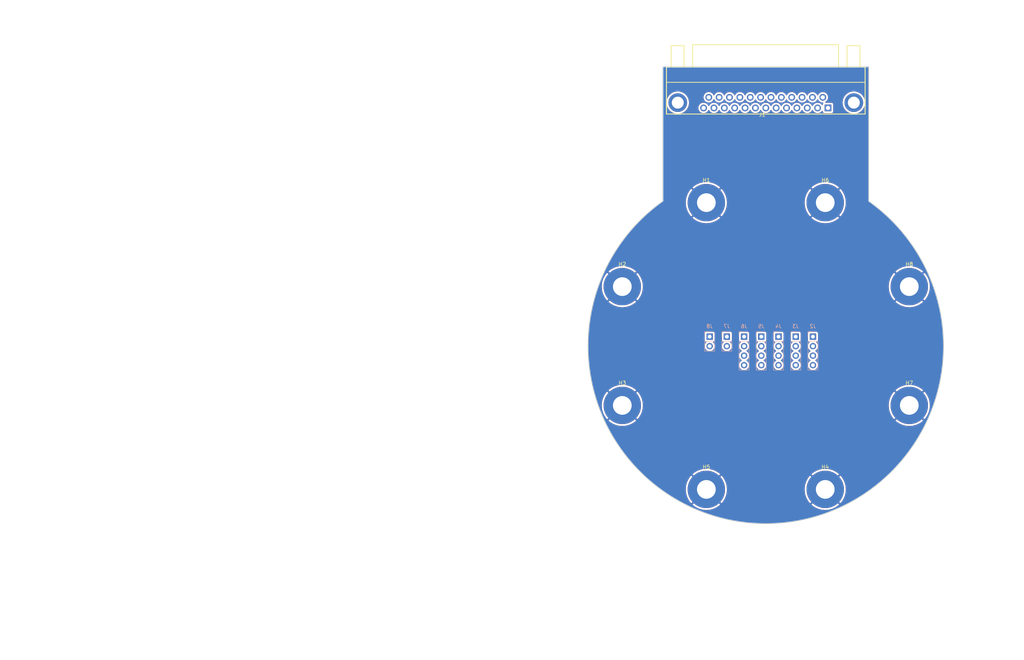
<source format=kicad_pcb>
(kicad_pcb (version 20221018) (generator pcbnew)
  (layers (0 "F.Cu" signal) (1 "In1.Cu" signal) (2 "In2.Cu" signal) (31 "B.Cu" signal) (34 "B.Paste" user) (35 "F.Paste" user) (36 "B.SilkS" user "B.Silkscreen") (37 "F.SilkS" user "F.Silkscreen") (38 "B.Mask" user) (39 "F.Mask" user) (44 "Edge.Cuts" user))
  (net 0 "")
  (net 1 "GND")
  (net 2 "Net-(J2-Pin_1)")
  (net 3 "Net-(J2-Pin_3)")
  (net 4 "Net-(J3-Pin_1)")
  (net 5 "Net-(J3-Pin_3)")
  (net 6 "Net-(J4-Pin_1)")
  (net 7 "Net-(J4-Pin_3)")
  (net 8 "Net-(J5-Pin_1)")
  (net 9 "Net-(J5-Pin_3)")
  (net 10 "Net-(J6-Pin_1)")
  (net 11 "Net-(J6-Pin_3)")
  (net 12 "Net-(J7-Pin_1)")
  (net 13 "Net-(J8-Pin_1)")
  (net 15 "Net-(J1-P14)")
  (net 16 "Net-(J1-P15)")
  (net 17 "Net-(J1-P16)")
  (net 18 "Net-(J1-P17)")
  (net 19 "Net-(J1-P18)")
  (net 20 "Net-(J1-P19)")
  (net 21 "Net-(J1-P20)")
  (net 22 "Net-(J1-P21)")
  (net 23 "Net-(J1-P22)")
  (net 24 "Net-(J1-P23)")
  (net 25 "Net-(J1-P24)")
  (net 26 "Net-(J1-P25)")
  (footprint "0_footprint_lib:DB25-TH_FDB2501-M0DB300K6KA" (layer "F.Cu") (at 0 -65.08 180)
    (fp_text reference "J1" (at 0 -3.207) (layer "F.SilkS") (effects (justify right)))
    (fp_text value "DB25_Plug")
    (fp_line (start -26.543 9.525) (end 26.543 9.525) (stroke (width 0.254)) (layer "F.SilkS"))
    (fp_line (start -26.54 -3.05) (end -26.543 9.525) (stroke (width 0.254)) (layer "F.SilkS"))
    (fp_line (start -25.146 9.525) (end -25.146 15.24) (stroke (width 0.254)) (layer "F.SilkS"))
    (fp_line (start -25.146 15.24) (end -21.717 15.24) (stroke (width 0.254)) (layer "F.SilkS"))
    (fp_line (start -21.717 15.24) (end -21.717 9.525) (stroke (width 0.254)) (layer "F.SilkS"))
    (fp_line (start -19.431 15.494) (end -19.431 9.652) (stroke (width 0.254)) (layer "F.SilkS"))
    (fp_line (start 19.558 9.525) (end 19.558 15.494) (stroke (width 0.254)) (layer "F.SilkS"))
    (fp_line (start 19.558 15.494) (end -19.431 15.494) (stroke (width 0.254)) (layer "F.SilkS"))
    (fp_line (start 21.844 15.24) (end 21.844 9.525) (stroke (width 0.254)) (layer "F.SilkS"))
    (fp_line (start 25.273 9.525) (end 25.273 15.24) (stroke (width 0.254)) (layer "F.SilkS"))
    (fp_line (start 25.273 15.24) (end 21.844 15.24) (stroke (width 0.254)) (layer "F.SilkS"))
    (fp_line (start 26.543 0) (end 26.55 -3.05) (stroke (width 0.254)) (layer "F.SilkS"))
    (fp_line (start 26.543 9.525) (end 26.543 -2.921) (stroke (width 0.254)) (layer "F.SilkS"))
    (fp_line (start 26.55 -3.05) (end -26.536 -3.05) (stroke (width 0.254)) (layer "F.SilkS"))
    (pad "1" thru_hole rect (at -16.62 -1.42 180) (size 1.8 1.8) (drill 1.1) (layers "*.Cu" "*.Mask") (net 2 "Net-(J2-Pin_1)"))
    (pad "2" thru_hole circle (at -13.85 -1.42 180) (size 1.8 1.8) (drill 1.1) (layers "*.Cu" "*.Mask") (net 3 "Net-(J2-Pin_3)"))
    (pad "3" thru_hole circle (at -11.08 -1.42 180) (size 1.8 1.8) (drill 1.1) (layers "*.Cu" "*.Mask") (net 4 "Net-(J3-Pin_1)"))
    (pad "4" thru_hole circle (at -8.31 -1.42 180) (size 1.8 1.8) (drill 1.1) (layers "*.Cu" "*.Mask") (net 5 "Net-(J3-Pin_3)"))
    (pad "5" thru_hole circle (at -5.54 -1.42 180) (size 1.8 1.8) (drill 1.1) (layers "*.Cu" "*.Mask") (net 6 "Net-(J4-Pin_1)"))
    (pad "6" thru_hole circle (at -2.77 -1.42 180) (size 1.8 1.8) (drill 1.1) (layers "*.Cu" "*.Mask") (net 7 "Net-(J4-Pin_3)"))
    (pad "7" thru_hole circle (at 0 -1.42 180) (size 1.8 1.8) (drill 1.1) (layers "*.Cu" "*.Mask") (net 8 "Net-(J5-Pin_1)"))
    (pad "8" thru_hole circle (at 2.77 -1.42 180) (size 1.8 1.8) (drill 1.1) (layers "*.Cu" "*.Mask") (net 9 "Net-(J5-Pin_3)"))
    (pad "9" thru_hole circle (at 5.54 -1.42 180) (size 1.8 1.8) (drill 1.1) (layers "*.Cu" "*.Mask") (net 10 "Net-(J6-Pin_1)"))
    (pad "10" thru_hole circle (at 8.31 -1.42 180) (size 1.8 1.8) (drill 1.1) (layers "*.Cu" "*.Mask") (net 11 "Net-(J6-Pin_3)"))
    (pad "11" thru_hole circle (at 11.08 -1.42 180) (size 1.8 1.8) (drill 1.1) (layers "*.Cu" "*.Mask") (net 12 "Net-(J7-Pin_1)"))
    (pad "12" thru_hole circle (at 13.85 -1.42 180) (size 1.8 1.8) (drill 1.1) (layers "*.Cu" "*.Mask") (net 13 "Net-(J8-Pin_1)"))
    (pad "13" thru_hole circle (at 16.62 -1.42 180) (size 1.8 1.8) (drill 1.1) (layers "*.Cu" "*.Mask"))
    (pad "14" thru_hole circle (at -15.235 1.42 180) (size 1.8 1.8) (drill 1.1) (layers "*.Cu" "*.Mask") (net 15 "Net-(J1-P14)"))
    (pad "15" thru_hole circle (at -12.465 1.42 180) (size 1.8 1.8) (drill 1.1) (layers "*.Cu" "*.Mask") (net 16 "Net-(J1-P15)"))
    (pad "16" thru_hole circle (at -9.695 1.42 180) (size 1.8 1.8) (drill 1.1) (layers "*.Cu" "*.Mask") (net 17 "Net-(J1-P16)"))
    (pad "17" thru_hole circle (at -6.925 1.42 180) (size 1.8 1.8) (drill 1.1) (layers "*.Cu" "*.Mask") (net 18 "Net-(J1-P17)"))
    (pad "18" thru_hole circle (at -4.155 1.42 180) (size 1.8 1.8) (drill 1.1) (layers "*.Cu" "*.Mask") (net 19 "Net-(J1-P18)"))
    (pad "19" thru_hole circle (at -1.385 1.42 180) (size 1.8 1.8) (drill 1.1) (layers "*.Cu" "*.Mask") (net 20 "Net-(J1-P19)"))
    (pad "20" thru_hole circle (at 1.385 1.42 180) (size 1.8 1.8) (drill 1.1) (layers "*.Cu" "*.Mask") (net 21 "Net-(J1-P20)"))
    (pad "21" thru_hole circle (at 4.155 1.42 180) (size 1.8 1.8) (drill 1.1) (layers "*.Cu" "*.Mask") (net 22 "Net-(J1-P21)"))
    (pad "22" thru_hole circle (at 6.925 1.42 180) (size 1.8 1.8) (drill 1.1) (layers "*.Cu" "*.Mask") (net 23 "Net-(J1-P22)"))
    (pad "23" thru_hole circle (at 9.695 1.42 180) (size 1.8 1.8) (drill 1.1) (layers "*.Cu" "*.Mask") (net 24 "Net-(J1-P23)"))
    (pad "24" thru_hole circle (at 12.465 1.42 180) (size 1.8 1.8) (drill 1.1) (layers "*.Cu" "*.Mask") (net 25 "Net-(J1-P24)"))
    (pad "25" thru_hole circle (at 15.235 1.42 180) (size 1.8 1.8) (drill 1.1) (layers "*.Cu" "*.Mask") (net 26 "Net-(J1-P25)"))
    (pad "26" thru_hole circle (at -23.52 0 180) (size 5 5) (drill 3.2) (layers "*.Cu" "*.Mask"))
    (pad "27" thru_hole circle (at 23.52 0 180) (size 5 5) (drill 3.2) (layers "*.Cu" "*.Mask"))
  )
  (footprint "MountingHole:MountingHole_5mm_Pad" (layer "F.Cu") (at 15.881362 38.341001)
    (fp_text reference "H4" (at 0 -6) (layer "F.SilkS"))
    (fp_text value "MountingHole_Pad")
    (pad "1" thru_hole circle (at 0 0) (size 10 10) (drill 5) (layers "*.Cu" "*.Mask") (net 1 "GND"))
  )
  (footprint "MountingHole:MountingHole_5mm_Pad" (layer "F.Cu") (at -15.881362 38.341001)
    (fp_text reference "H5" (at 0 -6) (layer "F.SilkS"))
    (fp_text value "MountingHole_Pad")
    (pad "1" thru_hole circle (at 0 0) (size 10 10) (drill 5) (layers "*.Cu" "*.Mask") (net 1 "GND"))
  )
  (footprint "MountingHole:MountingHole_5mm_Pad" (layer "F.Cu") (at 15.881362 -38.341001)
    (fp_text reference "H6" (at 0 -6) (layer "F.SilkS"))
    (fp_text value "MountingHole_Pad")
    (pad "1" thru_hole circle (at 0 0) (size 10 10) (drill 5) (layers "*.Cu" "*.Mask") (net 1 "GND"))
  )
  (footprint "MountingHole:MountingHole_5mm_Pad" (layer "F.Cu") (at 38.341001 -15.881362)
    (fp_text reference "H8" (at 0 -6) (layer "F.SilkS"))
    (fp_text value "MountingHole_Pad")
    (pad "1" thru_hole circle (at 0 0) (size 10 10) (drill 5) (layers "*.Cu" "*.Mask") (net 1 "GND"))
  )
  (footprint "MountingHole:MountingHole_5mm_Pad" (layer "F.Cu") (at -38.341001 15.881362)
    (fp_text reference "H3" (at 0 -6) (layer "F.SilkS"))
    (fp_text value "MountingHole_Pad")
    (pad "1" thru_hole circle (at 0 0) (size 10 10) (drill 5) (layers "*.Cu" "*.Mask") (net 1 "GND"))
  )
  (footprint "MountingHole:MountingHole_5mm_Pad" (layer "F.Cu") (at -38.341001 -15.881362)
    (fp_text reference "H2" (at 0 -6) (layer "F.SilkS"))
    (fp_text value "MountingHole_Pad")
    (pad "1" thru_hole circle (at 0 0) (size 10 10) (drill 5) (layers "*.Cu" "*.Mask") (net 1 "GND"))
  )
  (footprint "MountingHole:MountingHole_5mm_Pad" (layer "F.Cu") (at 38.341001 15.881362)
    (fp_text reference "H7" (at 0 -6) (layer "F.SilkS"))
    (fp_text value "MountingHole_Pad")
    (pad "1" thru_hole circle (at 0 0) (size 10 10) (drill 5) (layers "*.Cu" "*.Mask") (net 1 "GND"))
  )
  (footprint "MountingHole:MountingHole_5mm_Pad" (layer "F.Cu") (at -15.881362 -38.341001)
    (fp_text reference "H1" (at 0 -6) (layer "F.SilkS"))
    (fp_text value "MountingHole_Pad")
    (pad "1" thru_hole circle (at 0 0) (size 10 10) (drill 5) (layers "*.Cu" "*.Mask") (net 1 "GND"))
  )
  (footprint "Connector_PinSocket_2.54mm:PinSocket_1x04_P2.54mm_Vertical" (layer "B.Cu") (at 3.4 -2.5 180)
    (fp_text reference "J4" (at 0 2.77) (layer "B.SilkS") (effects (justify mirror)))
    (fp_text value "Conn_01x04_Socket")
    (fp_line (start -1.33 -8.95) (end 1.33 -8.95) (stroke (width 0.12)) (layer "B.SilkS"))
    (fp_line (start -1.33 -1.27) (end -1.33 -8.95) (stroke (width 0.12)) (layer "B.SilkS"))
    (fp_line (start -1.33 -1.27) (end 1.33 -1.27) (stroke (width 0.12)) (layer "B.SilkS"))
    (fp_line (start 0 1.33) (end 1.33 1.33) (stroke (width 0.12)) (layer "B.SilkS"))
    (fp_line (start 1.33 -1.27) (end 1.33 -8.95) (stroke (width 0.12)) (layer "B.SilkS"))
    (fp_line (start 1.33 1.33) (end 1.33 0) (stroke (width 0.12)) (layer "B.SilkS"))
    (pad "1" thru_hole rect (at 0 0 180) (size 1.7 1.7) (drill 1) (layers "*.Cu" "*.Mask") (net 6 "Net-(J4-Pin_1)"))
    (pad "2" thru_hole oval (at 0 -2.54 180) (size 1.7 1.7) (drill 1) (layers "*.Cu" "*.Mask") (net 19 "Net-(J1-P18)"))
    (pad "3" thru_hole oval (at 0 -5.08 180) (size 1.7 1.7) (drill 1) (layers "*.Cu" "*.Mask") (net 7 "Net-(J4-Pin_3)"))
    (pad "4" thru_hole oval (at 0 -7.62 180) (size 1.7 1.7) (drill 1) (layers "*.Cu" "*.Mask") (net 20 "Net-(J1-P19)"))
  )
  (footprint "Connector_PinSocket_2.54mm:PinSocket_1x02_P2.54mm_Vertical" (layer "B.Cu") (at -15 -2.5 180)
    (fp_text reference "J8" (at 0 2.77) (layer "B.SilkS") (effects (justify mirror)))
    (fp_text value "Conn_01x02_Socket")
    (fp_line (start -1.33 -3.87) (end 1.33 -3.87) (stroke (width 0.12)) (layer "B.SilkS"))
    (fp_line (start -1.33 -1.27) (end -1.33 -3.87) (stroke (width 0.12)) (layer "B.SilkS"))
    (fp_line (start -1.33 -1.27) (end 1.33 -1.27) (stroke (width 0.12)) (layer "B.SilkS"))
    (fp_line (start 0 1.33) (end 1.33 1.33) (stroke (width 0.12)) (layer "B.SilkS"))
    (fp_line (start 1.33 -1.27) (end 1.33 -3.87) (stroke (width 0.12)) (layer "B.SilkS"))
    (fp_line (start 1.33 1.33) (end 1.33 0) (stroke (width 0.12)) (layer "B.SilkS"))
    (pad "1" thru_hole rect (at 0 0 180) (size 1.7 1.7) (drill 1) (layers "*.Cu" "*.Mask") (net 13 "Net-(J8-Pin_1)"))
    (pad "2" thru_hole oval (at 0 -2.54 180) (size 1.7 1.7) (drill 1) (layers "*.Cu" "*.Mask") (net 26 "Net-(J1-P25)"))
  )
  (footprint "Connector_PinSocket_2.54mm:PinSocket_1x02_P2.54mm_Vertical" (layer "B.Cu") (at -10.4 -2.5 180)
    (fp_text reference "J7" (at 0 2.77) (layer "B.SilkS") (effects (justify mirror)))
    (fp_text value "Conn_01x02_Socket")
    (fp_line (start -1.33 -3.87) (end 1.33 -3.87) (stroke (width 0.12)) (layer "B.SilkS"))
    (fp_line (start -1.33 -1.27) (end -1.33 -3.87) (stroke (width 0.12)) (layer "B.SilkS"))
    (fp_line (start -1.33 -1.27) (end 1.33 -1.27) (stroke (width 0.12)) (layer "B.SilkS"))
    (fp_line (start 0 1.33) (end 1.33 1.33) (stroke (width 0.12)) (layer "B.SilkS"))
    (fp_line (start 1.33 -1.27) (end 1.33 -3.87) (stroke (width 0.12)) (layer "B.SilkS"))
    (fp_line (start 1.33 1.33) (end 1.33 0) (stroke (width 0.12)) (layer "B.SilkS"))
    (pad "1" thru_hole rect (at 0 0 180) (size 1.7 1.7) (drill 1) (layers "*.Cu" "*.Mask") (net 12 "Net-(J7-Pin_1)"))
    (pad "2" thru_hole oval (at 0 -2.54 180) (size 1.7 1.7) (drill 1) (layers "*.Cu" "*.Mask") (net 25 "Net-(J1-P24)"))
  )
  (footprint "Connector_PinSocket_2.54mm:PinSocket_1x04_P2.54mm_Vertical" (layer "B.Cu") (at 12.6 -2.5 180)
    (fp_text reference "J2" (at 0 2.77) (layer "B.SilkS") (effects (justify mirror)))
    (fp_text value "Conn_01x04_Socket")
    (fp_line (start -1.33 -8.95) (end 1.33 -8.95) (stroke (width 0.12)) (layer "B.SilkS"))
    (fp_line (start -1.33 -1.27) (end -1.33 -8.95) (stroke (width 0.12)) (layer "B.SilkS"))
    (fp_line (start -1.33 -1.27) (end 1.33 -1.27) (stroke (width 0.12)) (layer "B.SilkS"))
    (fp_line (start 0 1.33) (end 1.33 1.33) (stroke (width 0.12)) (layer "B.SilkS"))
    (fp_line (start 1.33 -1.27) (end 1.33 -8.95) (stroke (width 0.12)) (layer "B.SilkS"))
    (fp_line (start 1.33 1.33) (end 1.33 0) (stroke (width 0.12)) (layer "B.SilkS"))
    (pad "1" thru_hole rect (at 0 0 180) (size 1.7 1.7) (drill 1) (layers "*.Cu" "*.Mask") (net 2 "Net-(J2-Pin_1)"))
    (pad "2" thru_hole oval (at 0 -2.54 180) (size 1.7 1.7) (drill 1) (layers "*.Cu" "*.Mask") (net 15 "Net-(J1-P14)"))
    (pad "3" thru_hole oval (at 0 -5.08 180) (size 1.7 1.7) (drill 1) (layers "*.Cu" "*.Mask") (net 3 "Net-(J2-Pin_3)"))
    (pad "4" thru_hole oval (at 0 -7.62 180) (size 1.7 1.7) (drill 1) (layers "*.Cu" "*.Mask") (net 16 "Net-(J1-P15)"))
  )
  (footprint "Connector_PinSocket_2.54mm:PinSocket_1x04_P2.54mm_Vertical" (layer "B.Cu") (at 8 -2.5 180)
    (fp_text reference "J3" (at 0 2.77) (layer "B.SilkS") (effects (justify mirror)))
    (fp_text value "Conn_01x04_Socket")
    (fp_line (start -1.33 -8.95) (end 1.33 -8.95) (stroke (width 0.12)) (layer "B.SilkS"))
    (fp_line (start -1.33 -1.27) (end -1.33 -8.95) (stroke (width 0.12)) (layer "B.SilkS"))
    (fp_line (start -1.33 -1.27) (end 1.33 -1.27) (stroke (width 0.12)) (layer "B.SilkS"))
    (fp_line (start 0 1.33) (end 1.33 1.33) (stroke (width 0.12)) (layer "B.SilkS"))
    (fp_line (start 1.33 -1.27) (end 1.33 -8.95) (stroke (width 0.12)) (layer "B.SilkS"))
    (fp_line (start 1.33 1.33) (end 1.33 0) (stroke (width 0.12)) (layer "B.SilkS"))
    (pad "1" thru_hole rect (at 0 0 180) (size 1.7 1.7) (drill 1) (layers "*.Cu" "*.Mask") (net 4 "Net-(J3-Pin_1)"))
    (pad "2" thru_hole oval (at 0 -2.54 180) (size 1.7 1.7) (drill 1) (layers "*.Cu" "*.Mask") (net 17 "Net-(J1-P16)"))
    (pad "3" thru_hole oval (at 0 -5.08 180) (size 1.7 1.7) (drill 1) (layers "*.Cu" "*.Mask") (net 5 "Net-(J3-Pin_3)"))
    (pad "4" thru_hole oval (at 0 -7.62 180) (size 1.7 1.7) (drill 1) (layers "*.Cu" "*.Mask") (net 18 "Net-(J1-P17)"))
  )
  (footprint "Connector_PinSocket_2.54mm:PinSocket_1x04_P2.54mm_Vertical" (layer "B.Cu") (at -1.2 -2.5 180)
    (fp_text reference "J5" (at 0 2.77) (layer "B.SilkS") (effects (justify mirror)))
    (fp_text value "Conn_01x04_Socket")
    (fp_line (start -1.33 -8.95) (end 1.33 -8.95) (stroke (width 0.12)) (layer "B.SilkS"))
    (fp_line (start -1.33 -1.27) (end -1.33 -8.95) (stroke (width 0.12)) (layer "B.SilkS"))
    (fp_line (start -1.33 -1.27) (end 1.33 -1.27) (stroke (width 0.12)) (layer "B.SilkS"))
    (fp_line (start 0 1.33) (end 1.33 1.33) (stroke (width 0.12)) (layer "B.SilkS"))
    (fp_line (start 1.33 -1.27) (end 1.33 -8.95) (stroke (width 0.12)) (layer "B.SilkS"))
    (fp_line (start 1.33 1.33) (end 1.33 0) (stroke (width 0.12)) (layer "B.SilkS"))
    (pad "1" thru_hole rect (at 0 0 180) (size 1.7 1.7) (drill 1) (layers "*.Cu" "*.Mask") (net 8 "Net-(J5-Pin_1)"))
    (pad "2" thru_hole oval (at 0 -2.54 180) (size 1.7 1.7) (drill 1) (layers "*.Cu" "*.Mask") (net 21 "Net-(J1-P20)"))
    (pad "3" thru_hole oval (at 0 -5.08 180) (size 1.7 1.7) (drill 1) (layers "*.Cu" "*.Mask") (net 9 "Net-(J5-Pin_3)"))
    (pad "4" thru_hole oval (at 0 -7.62 180) (size 1.7 1.7) (drill 1) (layers "*.Cu" "*.Mask") (net 22 "Net-(J1-P21)"))
  )
  (footprint "Connector_PinSocket_2.54mm:PinSocket_1x04_P2.54mm_Vertical" (layer "B.Cu") (at -5.8 -2.5 180)
    (fp_text reference "J6" (at 0 2.77) (layer "B.SilkS") (effects (justify mirror)))
    (fp_text value "Conn_01x04_Socket")
    (fp_line (start -1.33 -8.95) (end 1.33 -8.95) (stroke (width 0.12)) (layer "B.SilkS"))
    (fp_line (start -1.33 -1.27) (end -1.33 -8.95) (stroke (width 0.12)) (layer "B.SilkS"))
    (fp_line (start -1.33 -1.27) (end 1.33 -1.27) (stroke (width 0.12)) (layer "B.SilkS"))
    (fp_line (start 0 1.33) (end 1.33 1.33) (stroke (width 0.12)) (layer "B.SilkS"))
    (fp_line (start 1.33 -1.27) (end 1.33 -8.95) (stroke (width 0.12)) (layer "B.SilkS"))
    (fp_line (start 1.33 1.33) (end 1.33 0) (stroke (width 0.12)) (layer "B.SilkS"))
    (pad "1" thru_hole rect (at 0 0 180) (size 1.7 1.7) (drill 1) (layers "*.Cu" "*.Mask") (net 10 "Net-(J6-Pin_1)"))
    (pad "2" thru_hole oval (at 0 -2.54 180) (size 1.7 1.7) (drill 1) (layers "*.Cu" "*.Mask") (net 23 "Net-(J1-P22)"))
    (pad "3" thru_hole oval (at 0 -5.08 180) (size 1.7 1.7) (drill 1) (layers "*.Cu" "*.Mask") (net 11 "Net-(J6-Pin_3)"))
    (pad "4" thru_hole oval (at 0 -7.62 180) (size 1.7 1.7) (drill 1) (layers "*.Cu" "*.Mask") (net 24 "Net-(J1-P23)"))
  )
  (gr_line (start -26.5 -70.52) (end 26.5 -70.52) (stroke (width 0.2)) (layer "F.SilkS"))
  (gr_line (start -27.5 -38.729833) (end -27.5 -74.676) (stroke (width 0.2)) (layer "Edge.Cuts"))
  (gr_line (start 27.5 -74.676) (end 27.5 -38.729833) (stroke (width 0.2)) (layer "Edge.Cuts"))
  (gr_line (start -27.5 -74.676) (end 27.5 -74.676) (stroke (width 0.2)) (layer "Edge.Cuts"))
  (gr_arc (start 27.5 -38.729833) (mid 0 47.5) (end -27.5 -38.729833) (stroke (width 0.2)) (layer "Edge.Cuts"))
  (gr_circle (center 0 0) (end 0.01 0) (stroke (width 0.0001)) (fill solid) (layer "Edge.Cuts"))
  (zone (net 1) (net_name "GND") (layers "F.Cu" "In1.Cu" "In2.Cu" "B.Cu") (connect_pads (clearance 0.5)) (min_thickness 0.25) (fill yes (thermal_gap 0.5) (thermal_bridge_width 0.5))
    (polygon (pts (xy -54 -92) (xy 63.815303 -92.524443) (xy 69 84) (xy -61 72.5)))
  )
)
</source>
